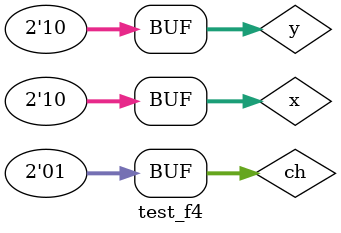
<source format=v>

	module f4 (output [1:0] s, input [1:0] a, input [1:0] b, input [1:0] chave);

	wire And1[1:0];
	wire And2[1:0];
	wire And3[1:0];
	wire And4[1:0];
	wire Not1[1:0];
	wire Not2[1:0];
	wire Xnor1[1:0];
	wire Xor1[1:0];
	wire Nor1[1:0];
	wire Or1[1:0];
	wire Or2[1:0];

	and ANDa(And1[0], chave[0], chave[1], Xnor1[0]);
	and ANDb(And1[1], chave[0], chave[1], Xnor1[1]);
 	and ANDc(And2[0], chave[0], Not2[0], Xor1[0]);
 	and ANDd(And2[1], chave[0], Not2[1], Xor1[1]);
 	and ANDe(And3[0], Not1[0], chave[1] , Nor1[0]);
 	and ANDf(And3[1], Not1[1], chave[1] , Nor1[1]);
 	and ANDg(And4[0], Not1[0], Not2[0], Or1[0]);
 	and ANDh(And4[1], Not1[1], Not2[1], Or1[1]);
 
 	or ORa(Or1[0], a[0], b[0]);
 	or ORb(Or1[1], a[1], b[1]);
 	or ORc(s[0], And2[0], And3[0], And4[0], And5[0]);
 	or ORd(s[1], And2[1], And3[1], And4[1], And5[1]);
	 
 	xnor XNORa(Xnor1[0], a[0], b[0]);
 	xnor XNORb(Xnor1[1], a[1], b[1]);
	 
 	xor XORa(Xor1[0], a[0], b[0]);
 	xor XORb(Xor1[1], a[1], b[1]);
	 
 	nor NORa(Nor1[0], a[0], b[0]);
	nor NORb(Nor1[1], a[1], b[1]);
 
 	not NOTa(Not1[0], chave[0]);
 	not NOTb(Not1[1], chave[0]);
 	not NOTc(Not2[0], chave2[1]);
 	not NOTd(Not2[1], chave[0]);
        
	endmodule // f4
	
 module test_f4; 
 // ------------------------- definir dados 
 reg [1:0] x; 
 reg [1:0] y; 
 reg [1:0] ch;
 wire [1:0] s; 
 
 f4 modulo (s, x, y, ch);
 
initial begin 

	//----------------------- identificar
	$display("Exemplo0034 - Gustavo Barbosa - 427410");
	$display("Test");
	
	$monitor("Resultado chave = %1b\n x = %2b \t y = %2b \t Resultado -> %2b\n", ch, x, y, s);
	#1 x = 2'b01; y = 2'b10; ch = 0; 
   #1 x = 2'b01; y = 2'b10; ch = 1;  
   #1 x = 2'b11; y = 2'b00; ch = 0;
   #1 x = 2'b11; y = 2'b00; ch = 1; 
	#1 x = 2'b01; y = 2'b00; ch = 0;
   #1 x = 2'b01; y = 2'b00; ch = 1; 
   #1 x = 2'b10; y = 2'b10; ch = 0;
   #1 x = 2'b10; y = 2'b10; ch = 1;   

 end 
 endmodule 
</source>
